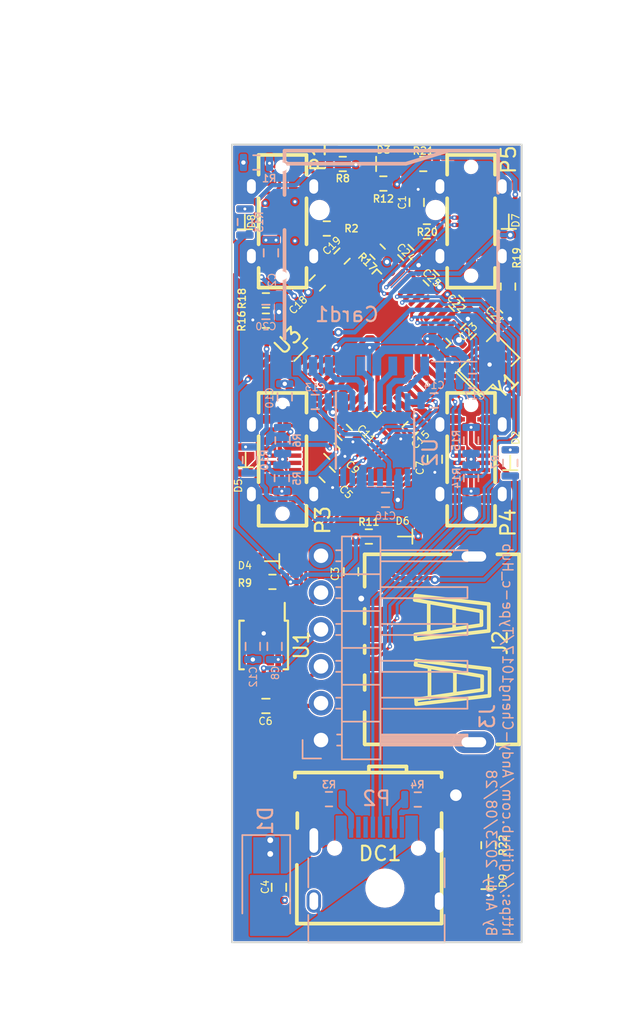
<source format=kicad_pcb>
(kicad_pcb (version 20211014) (generator pcbnew)
  (layers (0 "F.Cu" signal) (1 "In1.Cu" signal) (2 "In2.Cu" signal) (31 "B.Cu" signal) (34 "B.Paste" user) (35 "F.Paste" user) (36 "B.SilkS" user "B.Silkscreen") (37 "F.SilkS" user "F.Silkscreen") (38 "B.Mask" user) (39 "F.Mask" user) (44 "Edge.Cuts" user))
  (net 0 "")
  (net 3 "+5V")
  (net 4 "GND")
  (net 5 "Net-(P1-PadB5)")
  (net 6 "Net-(P3-PadB5)")
  (net 7 "Net-(C6-Pad1)")
  (net 8 "Net-(C6-Pad2)")
  (net 9 "Net-(P4-PadB5)")
  (net 10 "+3.3V")
  (net 11 "+1V8")
  (net 12 "/SD_Power")
  (net 13 "/RST")
  (net 14 "/VBUSM")
  (net 15 "/D2")
  (net 16 "/D3")
  (net 17 "/CMD")
  (net 18 "/CLK")
  (net 19 "/D0")
  (net 20 "/D1")
  (net 21 "/CD")
  (net 22 "/LED1")
  (net 23 "Net-(D2-Pad2)")
  (net 24 "/LDE2")
  (net 25 "Net-(D3-Pad2)")
  (net 26 "/LED3")
  (net 27 "Net-(D4-Pad2)")
  (net 28 "/LED4")
  (net 29 "Net-(D5-Pad2)")
  (net 30 "/LED5")
  (net 31 "Net-(D6-Pad2)")
  (net 32 "/LED6")
  (net 33 "Net-(D7-Pad2)")
  (net 34 "/LED7")
  (net 35 "Net-(D8-Pad2)")
  (net 37 "/OUT4_D-")
  (net 38 "/OUT4_D+")
  (net 39 "/OUT5_D-")
  (net 40 "/OUT5_D+")
  (net 41 "Net-(P1-PadA5)")
  (net 42 "/OUT1_D+")
  (net 43 "/OUT1_D-")
  (net 44 "Net-(D1-Pad2)")
  (net 45 "Net-(P2-PadA5)")
  (net 46 "/IN_D+")
  (net 47 "/IN_D-")
  (net 48 "Net-(P2-PadB5)")
  (net 49 "Net-(P3-PadA5)")
  (net 50 "/OUT2_D+")
  (net 51 "/OUT2_D-")
  (net 52 "Net-(P4-PadA5)")
  (net 53 "/OUT3_D+")
  (net 54 "/OUT3_D-")
  (net 55 "/DRV")
  (net 56 "Net-(D9-Pad2)")
  (net 57 "/OUT7_D+")
  (net 58 "/OUT7_D-")
  (net 62 "/OUT6_D+")
  (net 63 "/OUT6_D-")
  (net 65 "/LED2")
  (net 66 "Net-(U3-Pad22)")
  (net 67 "Net-(U3-Pad23)")
  (net 69 "Net-(P5-PadB5)")
  (net 70 "Net-(P5-PadA5)")
  (net 71 "Net-(R19-Pad1)")
  (net 72 "Net-(J3-Pad4)")
  (net 73 "Net-(J3-Pad3)")
  (footprint "Footprint:C_0805_2012Metric" (layer "F.Cu") (at 112.75 104 90)
    (fp_text reference "C1")
    (fp_text value "4.7u")
  )
  (footprint "Footprint:C_0805_2012Metric" (layer "F.Cu") (at 112 107.45 -45)
    (fp_text reference "C24")
    (fp_text value "0.1u")
  )
  (footprint "Footprint:LED_0805_2012Metric" (layer "F.Cu") (at 117.7 150.825 90)
    (fp_text reference "D9")
    (fp_text value "Red")
  )
  (footprint "Footprint:C_0805_2012Metric" (layer "F.Cu") (at 112.3 119.65 -135)
    (fp_text reference "C15")
    (fp_text value "0.1u")
  )
  (footprint "Footprint:C_0805_2012Metric" (layer "F.Cu") (at 102.35 138.7)
    (fp_text reference "C6")
    (fp_text value "1u")
  )
  (footprint "Footprint:C_0805_2012Metric" (layer "F.Cu") (at 114 121.7 -90)
    (fp_text reference "C7")
    (fp_text value "4.7u")
  )
  (footprint "Footprint:C_0805_2012Metric" (layer "F.Cu") (at 113.75 109.2 135)
    (fp_text reference "C25")
    (fp_text value "0.1u")
  )
  (footprint "Footprint:R_0805_2012Metric" (layer "F.Cu") (at 113.45 106)
    (fp_text reference "R20")
    (fp_text value "10K")
  )
  (footprint "Footprint:C_0805_2012Metric" (layer "F.Cu") (at 115.5 110.95 -45)
    (fp_text reference "C22")
    (fp_text value "22u")
  )
  (footprint "Footprint:LED_0805_2012Metric" (layer "F.Cu") (at 110.45 101.35)
    (fp_text reference "D3")
    (fp_text value "Red")
  )
  (footprint "Footprint:USB-C-SMD_TYPEC-303-ACP16" (layer "F.Cu") (at 116.5 105.3 90)
    (fp_text reference "P5")
    (fp_text value "USB_C_Plug_USB2.0")
  )
  (footprint "Footprint:C_0805_2012Metric" (layer "F.Cu") (at 103.25 151.2 -90)
    (fp_text reference "C4")
    (fp_text value "4.7u")
  )
  (footprint "Footprint:USB-A-TH_C42425" (layer "F.Cu") (at 112.8075 134.8 90)
    (fp_text reference "J2")
    (fp_text value "USB_B" hide)
  )
  (footprint "Footprint:USB-C-SMD_TYPEC-303-ACP16" (layer "F.Cu") (at 116.5 121.7 90)
    (fp_text reference "P4")
    (fp_text value "USB_C_Plug_USB2.0")
  )
  (footprint "Footprint:R_0805_2012Metric" (layer "F.Cu") (at 109.45 127.025)
    (fp_text reference "R11")
    (fp_text value "1K")
  )
  (footprint "Footprint:C_0805_2012Metric" (layer "F.Cu") (at 116.3 112.9 45)
    (fp_text reference "C23")
    (fp_text value "0.1u")
  )
  (footprint "Footprint:R_0805_2012Metric" (layer "F.Cu") (at 117.7 148.3 -90)
    (fp_text reference "R22")
    (fp_text value "1K")
  )
  (footprint "Footprint:R_0805_2012Metric" (layer "F.Cu") (at 119.05 109.8 90)
    (fp_text reference "R19")
    (fp_text value "2.7K")
  )
  (footprint "Footprint:USB-C-SMD_TYPEC-303-ACP16" (layer "F.Cu") (at 103.5 121.7 90)
    (fp_text reference "P3")
    (fp_text value "USB_C_Plug_USB2.0")
  )
  (footprint "Footprint:C_0805_2012Metric" (layer "F.Cu") (at 105.9 109.55 45)
    (fp_text reference "C18")
    (fp_text value "0.1u")
  )
  (footprint "Footprint:R_0805_2012Metric" (layer "F.Cu") (at 113.2 101.35)
    (fp_text reference "R21")
    (fp_text value "10K")
  )
  (footprint "Footprint:LED_0805_2012Metric" (layer "F.Cu") (at 119.2 121.95 90)
    (fp_text reference "D2")
    (fp_text value "Red")
  )
  (footprint "Footprint:R_0805_2012Metric" (layer "F.Cu") (at 107.65 101.35 180)
    (fp_text reference "R8")
    (fp_text value "1K")
  )
  (footprint "Footprint:C_0805_2012Metric" (layer "F.Cu") (at 108.225 129.45 -90)
    (fp_text reference "C3")
    (fp_text value "4.7u")
  )
  (footprint "Footprint:C_0805_2012Metric" (layer "F.Cu") (at 118.125 111.775 -45)
    (fp_text reference "C21")
    (fp_text value "0.1u")
  )
  (footprint "Footprint:R_0805_2012Metric" (layer "F.Cu") (at 110.45 102.7)
    (fp_text reference "R12")
    (fp_text value "1K")
  )
  (footprint "Footprint:LED_0805_2012Metric" (layer "F.Cu") (at 102.775 128.725 180)
    (fp_text reference "D4")
    (fp_text value "Red")
  )
  (footprint "Footprint:R_0805_2012Metric" (layer "F.Cu") (at 106.55 105.8 180)
    (fp_text reference "R2")
    (fp_text value "10K")
  )
  (footprint "Footprint:C_0805_2012Metric" (layer "F.Cu") (at 106.9 121.15 -45)
    (fp_text reference "C9")
    (fp_text value "10u")
  )
  (footprint "Footprint:LED_0805_2012Metric" (layer "F.Cu") (at 100.95 121.75 90)
    (fp_text reference "D5")
    (fp_text value "Red")
  )
  (footprint "Footprint:C_0805_2012Metric" (layer "F.Cu") (at 107.75 119.85 -45)
    (fp_text reference "C11")
    (fp_text value "0.1u")
  )
  (footprint "Footprint:LED_0805_2012Metric" (layer "F.Cu") (at 100.9 105.35 90)
    (fp_text reference "D8")
    (fp_text value "Red")
  )
  (footprint "Footprint:LED_0805_2012Metric" (layer "F.Cu") (at 119.1 105.325 90)
    (fp_text reference "D7")
    (fp_text value "Red")
  )
  (footprint "Footprint:R_0805_2012Metric" (layer "F.Cu") (at 110.05 107.4 135)
    (fp_text reference "R17")
    (fp_text value "2.7K")
  )
  (footprint "Crystal:Resonator_SMD_Murata_CSTxExxV-3Pin_3.0x1.1mm" (layer "F.Cu") (at 117.720711 115.129289 45)
    (fp_text reference "Y1")
    (fp_text value "12M")
  )
  (footprint "Package_SO:MSOP-10_3x3mm_P0.5mm" (layer "F.Cu") (at 102.2 134.5 -90)
    (fp_text reference "U1")
    (fp_text value "CH340E")
  )
  (footprint "Footprint:C_0805_2012Metric" (layer "F.Cu") (at 106.575 122.75 -45)
    (fp_text reference "C5")
    (fp_text value "4.7u")
  )
  (footprint "Footprint:C_0805_2012Metric" (layer "F.Cu") (at 107.6 107.7 45)
    (fp_text reference "C19")
    (fp_text value "0.1u")
  )
  (footprint "Footprint:DC-IN-TH_KH-DC-044D-2.0STM" (layer "F.Cu") (at 109.475 146.6 180)
    (fp_text reference "DC1")
    (fp_text value "KH-DC-044D-2.0STM")
  )
  (footprint "Footprint:R_0805_2012Metric" (layer "F.Cu") (at 102.35 112.15 180)
    (fp_text reference "R16")
    (fp_text value "100k")
  )
  (footprint "Package_QFP:LQFP-48_7x7mm_P0.5mm" (layer "F.Cu") (at 110 113.7 45)
    (fp_text reference "U3")
    (fp_text value "FE2.1")
  )
  (footprint "Footprint:R_0805_2012Metric" (layer "F.Cu") (at 102.35 110.75)
    (fp_text reference "R18")
    (fp_text value "10K")
  )
  (footprint "Footprint:LED_0805_2012Metric" (layer "F.Cu") (at 111.95 127.025 180)
    (fp_text reference "D6")
    (fp_text value "Red")
  )
  (footprint "Footprint:USB-C-SMD_TYPEC-303-ACP16" (layer "F.Cu") (at 103.5 105.3 90)
    (fp_text reference "P1")
    (fp_text value "USB_C_Plug_USB2.0")
  )
  (footprint "Footprint:R_0805_2012Metric" (layer "F.Cu") (at 102.8 130.15 180)
    (fp_text reference "R9")
    (fp_text value "1K")
  )
  (footprint "Footprint:R_0805_2012Metric" (layer "B.Cu") (at 101.7 101.25)
    (fp_text reference "R1")
    (fp_text value "10K")
  )
  (footprint "Connector_PinHeader_2.54mm:PinHeader_1x06_P2.54mm_Horizontal" (layer "B.Cu") (at 106.15 141.05)
    (fp_text reference "J3")
    (fp_text value "Conn_01x06")
  )
  (footprint "Footprint:R_0805_2012Metric" (layer "B.Cu") (at 100.9 105.35 90)
    (fp_text reference "R13")
    (fp_text value "1K")
  )
  (footprint "Footprint:TF-SMD_TF-01A" (layer "B.Cu") (at 111 110)
    (fp_text reference "Card1")
    (fp_text value "TF-01A")
  )
  (footprint "Footprint:C_0805_2012Metric" (layer "B.Cu") (at 110.6 124.5 180)
    (fp_text reference "C16")
    (fp_text value "10u")
  )
  (footprint "Connector_USB:USB_C_Receptacle_HRO_TYPE-C-31-M-12" (layer "B.Cu") (at 109.975 151.1 180)
    (fp_text reference "P2")
    (fp_text value "USB_C_Plug_USB2.0")
  )
  (footprint "Footprint:R_0805_2012Metric" (layer "B.Cu") (at 103.45 123 -90)
    (fp_text reference "R5")
    (fp_text value "10K")
  )
  (footprint "Footprint:R_0805_2012Metric" (layer "B.Cu") (at 119.2 121.95 90)
    (fp_text reference "R7")
    (fp_text value "1K")
  )
  (footprint "Footprint:R_0805_2012Metric" (layer "B.Cu") (at 116.5 123 -90)
    (fp_text reference "R14")
    (fp_text value "10K")
  )
  (footprint "Footprint:C_0805_2012Metric" (layer "B.Cu") (at 101.45 134.6 90)
    (fp_text reference "C12")
    (fp_text value "10u")
  )
  (footprint "Footprint:R_0805_2012Metric" (layer "B.Cu") (at 101.25 121.75 90)
    (fp_text reference "R10")
    (fp_text value "1K")
  )
  (footprint "Footprint:C_0805_2012Metric" (layer "B.Cu") (at 113.95 117.65)
    (fp_text reference "C14")
    (fp_text value "10u")
  )
  (footprint "Footprint:C_0805_2012Metric" (layer "B.Cu") (at 102.95 134.6 90)
    (fp_text reference "C8")
    (fp_text value "10u")
  )
  (footprint "Footprint:C_0805_2012Metric" (layer "B.Cu") (at 102.7 107.475 -90)
    (fp_text reference "C2")
    (fp_text value "4.7u")
  )
  (footprint "Footprint:C_0805_2012Metric" (layer "B.Cu") (at 116.6 116.3)
    (fp_text reference "C17")
    (fp_text value "0.1u")
  )
  (footprint "Diode_SMD:D_SMA" (layer "B.Cu") (at 102.375 151 -90)
    (fp_text reference "D1")
    (fp_text value "D_Schottky")
  )
  (footprint "Package_SO:SSOP-16_3.9x4.9mm_P0.635mm" (layer "B.Cu") (at 109.9 120.35 -90)
    (fp_text reference "U2")
    (fp_text value "GL823K-HCY04")
  )
  (footprint "Footprint:C_0805_2012Metric" (layer "B.Cu") (at 102.35 111.55)
    (fp_text reference "C20")
    (fp_text value "0.1u")
  )
  (footprint "Footprint:R_0805_2012Metric" (layer "B.Cu") (at 106.7 145.125 180)
    (fp_text reference "R3")
    (fp_text value "5.1k")
  )
  (footprint "Footprint:R_0805_2012Metric" (layer "B.Cu") (at 112.825 145.15)
    (fp_text reference "R4")
    (fp_text value "5.1k")
  )
  (footprint "Footprint:R_0805_2012Metric" (layer "B.Cu") (at 103.5 120.4 90)
    (fp_text reference "R6")
    (fp_text value "10K")
  )
  (footprint "Footprint:R_0805_2012Metric" (layer "B.Cu") (at 116.5 120.4 90)
    (fp_text reference "R15")
    (fp_text value "10K")
  )
  (footprint "Footprint:C_0805_2012Metric" (layer "B.Cu") (at 105.75 117.75 180)
    (fp_text reference "C13")
    (fp_text value "10u")
  )
  (footprint "Footprint:C_0805_2012Metric" (layer "B.Cu") (at 103.65 117.4 90)
    (fp_text reference "C10")
    (fp_text value "0.1u")
  )
  (gr_rect (start 100 100) (end 120 155) (layer "Edge.Cuts") (width 0.1) (fill none))
  (gr_text "https://github.com/Andy-Cheng1017/Type-c_Hub\nBy Andy 2023/08/28\n" (at 118.45 154.65 270) (layer "B.SilkS") (effects (font (size 0.7 0.7) (thickness 0.1)) (justify left mirror)))
  (via (at 104.35 103.95) (size 0.4) (drill 0.2) (layers "F.Cu" "B.Cu") (net 3))
  (via (at 111.45 124.5) (size 0.6) (drill 0.3) (layers "F.Cu" "B.Cu") (net 3))
  (via (at 116.5 121.7) (size 0.4) (drill 0.2) (layers "F.Cu" "B.Cu") (net 3))
  (via (at 101.45 135.5) (size 0.6) (drill 0.3) (layers "F.Cu" "B.Cu") (net 3))
  (via (at 100.8 101.25) (size 0.6) (drill 0.3) (layers "F.Cu" "B.Cu") (net 3))
  (via (at 103.5 121.7) (size 0.4) (drill 0.2) (layers "F.Cu" "B.Cu") (net 3))
  (via (at 102.65 147.95) (size 0.8) (drill 0.4) (layers "F.Cu" "B.Cu") (net 3))
  (via (at 102.65 148.9) (size 0.8) (drill 0.4) (layers "F.Cu" "B.Cu") (net 3))
  (via (at 102.3 104.05) (size 0.4) (drill 0.2) (layers "F.Cu" "B.Cu") (net 3))
  (via (at 102.35 106.6) (size 0.4) (drill 0.2) (layers "F.Cu" "B.Cu") (net 3))
  (via (at 104.35 106.65) (size 0.4) (drill 0.2) (layers "F.Cu" "B.Cu") (net 3))
  (via (at 103.05 106.6) (size 0.4) (drill 0.2) (layers "F.Cu" "B.Cu") (net 3))
  (segment (start 103.5 122.05) (end 103.45 122.1) (width 0.6) (layer "B.Cu") (net 3))
  (segment (start 103.5 121.7) (end 103.5 122.05) (width 0.6) (layer "B.Cu") (net 3))
  (segment (start 111.45 124.5) (end 111.4875 124.4625) (width 0.6) (layer "B.Cu") (net 3))
  (segment (start 111.4875 124.4625) (end 111.4875 122.95) (width 0.6) (layer "B.Cu") (net 3))
  (segment (start 103.5 121.3) (end 103.5 121.7) (width 0.6) (layer "B.Cu") (net 3))
  (segment (start 116.5 121.3) (end 116.5 121.7) (width 0.6) (layer "B.Cu") (net 3))
  (segment (start 116.5 121.7) (end 116.5 122.1) (width 0.6) (layer "B.Cu") (net 3))
  (segment (start 105.3 108.05) (end 105.65 107.7) (width 0.6) (layer "F.Cu") (net 4))
  (segment (start 106.497792 124.1) (end 107.211396 123.386396) (width 0.6) (layer "F.Cu") (net 4))
  (segment (start 117.365 124.45) (end 118.3 124.45) (width 0.6) (layer "F.Cu") (net 4))
  (segment (start 107.95 121.35) (end 107.8 121.5) (width 0.4) (layer "F.Cu") (net 4))
  (segment (start 117.365 118.95) (end 118.3 118.95) (width 0.6) (layer "F.Cu") (net 4))
  (segment (start 115.635 124.45) (end 114.7 124.45) (width 0.6) (layer "F.Cu") (net 4))
  (segment (start 101.7 118.95) (end 101.35 119.3) (width 0.6) (layer "F.Cu") (net 4))
  (segment (start 106.536396 108.913604) (end 106.536396 108.763604) (width 0.6) (layer "F.Cu") (net 4))
  (segment (start 102.635 108.05) (end 101.7 108.05) (width 0.6) (layer "F.Cu") (net 4))
  (segment (start 102.635 124.45) (end 101.7 124.45) (width 0.6) (layer "F.Cu") (net 4))
  (segment (start 109.5 116.674874) (end 109.5 114) (width 0.4) (layer "F.Cu") (net 4))
  (segment (start 101.7 102.55) (end 101.35 102.9) (width 0.6) (layer "F.Cu") (net 4))
  (segment (start 102.635 118.95) (end 101.7 118.95) (width 0.6) (layer "F.Cu") (net 4))
  (segment (start 114.7 124.45) (end 114.35 124.1) (width 0.6) (layer "F.Cu") (net 4))
  (segment (start 118.3 124.45) (end 118.65 124.1) (width 0.6) (layer "F.Cu") (net 4))
  (segment (start 114.15 103.1) (end 114.35 102.9) (width 0.6) (layer "F.Cu") (net 4))
  (segment (start 106.95 122.35) (end 106.95 123.65) (width 0.4) (layer "F.Cu") (net 4))
  (segment (start 117.365 102.55) (end 118.3 102.55) (width 0.6) (layer "F.Cu") (net 4))
  (segment (start 106.963604 108.336396) (end 106.286396 108.336396) (width 0.4) (layer "F.Cu") (net 4))
  (segment (start 112.636396 108.086396) (end 112.875 108.325) (width 0.6) (layer "F.Cu") (net 4))
  (segment (start 106.286396 108.336396) (end 105.65 107.7) (width 0.4) (layer "F.Cu") (net 4))
  (segment (start 119.05 108.1) (end 118.65 107.7) (width 0.6) (layer "F.Cu") (net 4))
  (segment (start 108.225 130.6005) (end 108.9245 131.3) (width 0.8) (layer "F.Cu") (net 4))
  (segment (start 107.11127 108.336396) (end 106.963604 108.336396) (width 0.4) (layer "F.Cu") (net 4))
  (segment (start 108.386396 120.486396) (end 108.363604 120.486396) (width 0.4) (layer "F.Cu") (net 4))
  (segment (start 118.3 108.05) (end 118.65 107.7) (width 0.6) (layer "F.Cu") (net 4))
  (segment (start 119.05 108.9) (end 119.05 108.1) (width 0.6) (layer "F.Cu") (net 4))
  (segment (start 101.7 108.05) (end 101.35 107.7) (width 0.6) (layer "F.Cu") (net 4))
  (segment (start 108.225 130.35) (end 108.225 130.6005) (width 0.8) (layer "F.Cu") (net 4))
  (segment (start 112.875 108.325) (end 113.113604 108.563604) (width 0.6) (layer "F.Cu") (net 4))
  (segment (start 112.85 103.1) (end 114.15 103.1) (width 0.6) (layer "F.Cu") (net 4))
  (segment (start 107.95 120.9) (end 107.95 121.35) (width 0.4) (layer "F.Cu") (net 4))
  (segment (start 107.536396 121.786396) (end 107.513604 121.786396) (width 0.4) (layer "F.Cu") (net 4))
  (segment (start 114 123.75) (end 114.35 124.1) (width 0.8) (layer "F.Cu") (net 4))
  (segment (start 115.635 108.05) (end 114.7 108.05) (width 0.6) (layer "F.Cu") (net 4))
  (segment (start 108.363604 120.486396) (end 107.95 120.9) (width 0.4) (layer "F.Cu") (net 4))
  (segment (start 115.635 102.55) (end 114.7 102.55) (width 0.6) (layer "F.Cu") (net 4))
  (segment (start 106.536396 108.763604) (end 106.963604 108.336396) (width 0.6) (layer "F.Cu") (net 4))
  (segment (start 118.3 118.95) (end 118.65 119.3) (width 0.6) (layer "F.Cu") (net 4))
  (segment (start 108.294105 109.519231) (end 107.11127 108.336396) (width 0.4) (layer "F.Cu") (net 4))
  (segment (start 108.294105 117.880769) (end 109.5 116.674874) (width 0.4) (layer "F.Cu") (net 4))
  (segment (start 104.365 102.55) (end 105.3 102.55) (width 0.6) (layer "F.Cu") (net 4))
  (segment (start 114 122.6) (end 114 123.75) (width 0.8) (layer "F.Cu") (net 4))
  (segment (start 114.7 108.05) (end 114.35 107.7) (width 0.6) (layer "F.Cu") (net 4))
  (segment (start 107.513604 121.786396) (end 106.95 122.35) (width 0.4) (layer "F.Cu") (net 4))
  (segment (start 105.3 102.55) (end 105.65 102.9) (width 0.6) (layer "F.Cu") (net 4))
  (segment (start 105.3 118.95) (end 105.65 119.3) (width 0.6) (layer "F.Cu") (net 4))
  (segment (start 102.2 133.7) (end 102.2 132.3) (width 0.4) (layer "F.Cu") (net 4))
  (segment (start 104.365 124.45) (end 105.3 124.45) (width 0.6) (layer "F.Cu") (net 4))
  (segment (start 104.365 108.05) (end 105.3 108.05) (width 0.6) (layer "F.Cu") (net 4))
  (segment (start 101.7 124.45) (end 101.35 124.1) (width 0.6) (layer "F.Cu") (net 4))
  (segment (start 114.7 102.55) (end 114.35 102.9) (width 0.6) (layer "F.Cu") (net 4))
  (segment (start 114.7 118.95) (end 114.35 119.3) (width 0.6) (layer "F.Cu") (net 4))
  (segment (start 105.65 124.1) (end 106.497792 124.1) (width 0.6) (layer "F.Cu") (net 4))
  (segment (start 102.635 102.55) (end 101.7 102.55) (width 0.6) (layer "F.Cu") (net 4))
  (segment (start 104.365 118.95) (end 105.3 118.95) (width 0.6) (layer "F.Cu") (net 4))
  (segment (start 117.365 108.05) (end 118.3 108.05) (width 0.6) (layer "F.Cu") (net 4))
  (segment (start 105.3 124.45) (end 105.65 124.1) (width 0.6) (layer "F.Cu") (net 4))
  (segment (start 118.3 102.55) (end 118.65 102.9) (width 0.6) (layer "F.Cu") (net 4))
  (segment (start 115.635 118.95) (end 114.7 118.95) (width 0.6) (layer "F.Cu") (net 4))
  (via (at 108.35 120.5) (size 0.4) (drill 0.2) (layers "F.Cu" "B.Cu") (net 4))
  (via (at 114 122.6) (size 0.4) (drill 0.2) (layers "F.Cu" "B.Cu") (net 4))
  (via (at 115.2 115.025) (size 0.4) (drill 0.2) (layers "F.Cu" "B.Cu") (net 4))
  (via (at 115.45 144.85) (size 1.6) (drill 0.8) (layers "F.Cu" "B.Cu") (net 4))
  (via (at 108.9245 131.3) (size 0.8) (drill 0.4) (layers "F.Cu" "B.Cu") (net 4))
  (via (at 116.27619 112.02381) (size 0.6) (drill 0.3) (layers "F.Cu" "B.Cu") (net 4))
  (via (at 103.65 152.1) (size 0.4) (drill 0.2) (layers "F.Cu" "B.Cu") (net 4))
  (via (at 106.95 123.65) (size 0.4) (drill 0.2) (layers "F.Cu" "B.Cu") (net 4))
  (via (at 117.775 115.175) (size 0.6) (drill 0.3) (layers "F.Cu" "B.Cu") (net 4))
  (via (at 107.8 121.5) (size 0.4) (drill 0.2) (layers "F.Cu" "B.Cu") (net 4))
  (via (at 101.45 112.1) (size 0.4) (drill 0.2) (layers "F.Cu" "B.Cu") (net 4))
  (via (at 109.5 114) (size 0.4) (drill 0.2) (layers "F.Cu" "B.Cu") (net 4))
  (via (at 112.875 108.325) (size 0.6) (drill 0.3) (layers "F.Cu" "B.Cu") (net 4))
  (via (at 112.85 103.1) (size 0.4) (drill 0.2) (layers "F.Cu" "B.Cu") (net 4))
  (via (at 117.7 151.75) (size 0.4) (drill 0.2) (layers "F.Cu" "B.Cu") (net 4))
  (via (at 119.171129 112.028871) (size 0.6) (drill 0.3) (layers "F.Cu" "B.Cu") (net 4))
  (via (at 102.2 133.7) (size 0.6) (drill 0.3) (layers "F.Cu" "B.Cu") (net 4))
  (via (at 111.65 120.3) (size 0.4) (drill 0.2) (layers "F.Cu" "B.Cu") (net 4))
  (segment (start 104.365 104.55) (end 105 104.55) (width 0.3) (layer "F.Cu") (net 5))
  (segment (start 105 104.55) (end 105.15 104.7) (width 0.3) (layer "F.Cu") (net 5))
  (segment (start 105.15 104.7) (end 105.15 105.3) (width 0.3) (layer "F.Cu") (net 5))
  (segment (start 105.15 105.3) (end 105.65 105.8) (width 0.3) (layer "F.Cu") (net 5))
  (segment (start 103.8 120.95) (end 104.365 120.95) (width 0.3) (layer "F.Cu") (net 6))
  (segment (start 103.69 120.84) (end 103.8 120.95) (width 0.3) (layer "F.Cu") (net 6))
  (segment (start 103.69 120.16) (end 103.69 120.84) (width 0.3) (layer "F.Cu") (net 6))
  (segment (start 104.05 119.8) (end 103.69 120.16) (width 0.3) (layer "F.Cu") (net 6))
  (via (at 104.05 119.8) (size 0.4) (drill 0.2) (layers "F.Cu" "B.Cu") (net 6))
  (segment (start 100.81 138.06) (end 100.81 134.19) (width 0.3) (layer "F.Cu") (net 7))
  (segment (start 100.81 134.19) (end 101.7 133.3) (width 0.3) (layer "F.Cu") (net 7))
  (segment (start 101.45 138.7) (end 100.81 138.06) (width 0.3) (layer "F.Cu") (net 7))
  (segment (start 101.7 133.3) (end 101.7 132.3) (width 0.3) (layer "F.Cu") (net 7))
  (segment (start 103.25 138.7) (end 105.96 138.7) (width 0.3) (layer "F.Cu") (net 8))
  (segment (start 105.96 138.7) (end 106.15 138.51) (width 0.3) (layer "F.Cu") (net 8))
  (segment (start 117.365 120.95) (end 116.8 120.95) (width 0.3) (layer "F.Cu") (net 9))
  (segment (start 116.8 120.95) (end 116.5 120.65) (width 0.3) (layer "F.Cu") (net 9))
  (segment (start 116.5 120.65) (end 116.5 119.5) (width 0.3) (layer "F.Cu") (net 9))
  (via (at 116.5 119.5) (size 0.4) (drill 0.2) (layers "F.Cu" "B.Cu") (net 9))
  (segment (start 110.686396 108.499732) (end 110.970504 108.78384) (width 0.6) (layer "F.Cu") (net 10))
  (segment (start 106.172785 111.640551) (end 105.263604 110.73137) (width 0.4) (layer "F.Cu") (net 10))
  (segment (start 114.534322 112.347658) (end 116.134848 110.747132) (width 0.4) (layer "F.Cu") (net 10))
  (segment (start 105.263604 110.73137) (end 105.263604 110.186396) (width 0.4) (layer "F.Cu") (net 10))
  (segment (start 111.363604 107.359188) (end 110.686396 108.036396) (width 0.6) (layer "F.Cu") (net 10))
  (segment (start 103.2 136.7) (end 103.2 135.5) (width 0.4) (layer "F.Cu") (net 10))
  (segment (start 114.313604 109.836396) (end 114.386396 109.836396) (width 0.4) (layer "F.Cu") (net 10))
  (segment (start 112.8 114.08198) (end 112.8 115.43934) (width 0.4) (layer "F.Cu") (net 10))
  (segment (start 114.534322 112.347658) (end 113.49099 113.39099) (width 0.4) (layer "F.Cu") (net 10))
  (segment (start 103.2 133.84) (end 106.15 130.89) (width 0.4) (layer "F.Cu") (net 10))
  (segment (start 107.009791 118.457975) (end 107.940551 117.527215) (width 0.4) (layer "F.Cu") (net 10))
  (segment (start 103.2 135.5) (end 103.2 133.84) (width 0.4) (layer "F.Cu") (net 10))
  (segment (start 111.363604 106.813604) (end 111.363604 107.359188) (width 0.6) (layer "F.Cu") (net 10))
  (segment (start 116.134848 110.747132) (end 117.097132 110.747132) (width 0.4) (layer "F.Cu") (net 10))
  (segment (start 107.233445 110.579891) (end 106.879891 110.933445) (width 0.4) (layer "F.Cu") (net 10))
  (segment (start 110.686396 108.036396) (end 110.686396 108.499732) (width 0.6) (layer "F.Cu") (net 10))
  (segment (start 117.097132 110.747132) (end 117.488604 111.138604) (width 0.4) (layer "F.Cu") (net 10))
  (segment (start 113.49099 113.39099) (end 112.8 114.08198) (width 0.4) (layer "F.Cu") (net 10))
  (segment (start 106.879891 110.933445) (end 106.132842 110.186396) (width 0.4) (layer "F.Cu") (net 10))
  (segment (start 112.8 115.43934) (end 113.473662 116.113002) (width 0.4) (layer "F.Cu") (net 10))
  (segment (start 112.766555 110.579891) (end 113.51005 109.836396) (width 0.4) (layer "F.Cu") (net 10))
  (segment (start 112.83873 119.013604) (end 112.936396 119.013604) (width 0.4) (layer "F.Cu") (net 10))
  (segment (start 113.51005 109.836396) (end 114.313604 109.836396) (width 0.4) (layer "F.Cu") (net 10))
  (segment (start 106.132842 110.186396) (end 105.263604 110.186396) (width 0.4) (layer "F.Cu") (net 10))
  (segment (start 111.705895 117.880769) (end 112.83873 119.013604) (width 0.4) (layer "F.Cu") (net 10))
  (segment (start 106.964843 118.457975) (end 107.009791 118.457975) (width 0.4) (layer "F.Cu") (net 10))
  (via (at 113.49099 113.39099) (size 0.4) (drill 0.2) (layers "F.Cu" "B.Cu") (net 10))
  (via (at 114.313604 109.836396) (size 0.6) (drill 0.3) (layers "F.Cu" "B.Cu") (net 10))
  (via (at 103.2 135.5) (size 0.4) (drill 0.2) (layers "F.Cu" "B.Cu") (net 10))
  (via (at 105.263604 110.186396) (size 0.6) (drill 0.3) (layers "F.Cu" "B.Cu") (net 10))
  (via (at 112.65 118.7) (size 0.4) (drill 0.2) (layers "F.Cu" "B.Cu") (net 10))
  (via (at 110.7 108.1) (size 0.6) (drill 0.3) (layers "F.Cu" "B.Cu") (net 10))
  (via (at 106.964843 118.457975) (size 0.6) (drill 0.3) (layers "F.Cu" "B.Cu") (net 10))
  (segment (start 116.07 114.772476) (end 115.564464 114.26694) (width 0.6) (layer "B.Cu") (net 10))
  (segment (start 115.564464 114.26694) (end 114.892748 114.26694) (width 0.6) (layer "B.Cu") (net 10))
  (segment (start 114.016798 113.39099) (end 113.49099 113.39099) (width 0.6) (layer "B.Cu") (net 10))
  (segment (start 114.892748 114.26694) (end 114.016798 113.39099) (width 0.6) (layer "B.Cu") (net 10))
  (segment (start 115.7 116.3) (end 116.07 115.93) (width 0.6) (layer "B.Cu") (net 10))
  (segment (start 116.07 115.93) (end 116.07 114.772476) (width 0.6) (layer "B.Cu") (net 10))
  (segment (start 114.863604 110.336396) (end 114.863604 110.604162) (width 0.4) (layer "F.Cu") (net 11))
  (segment (start 106.879891 116.466555) (end 106.346953 116.999493) (width 0.4) (layer "F.Cu") (net 11))
  (segment (start 106.346953 116.999493) (end 104.149493 116.999493) (width 0.4) (layer "F.Cu") (net 11))
  (segment (start 113.294278 115.226512) (end 113.294278 114.29481) (width 0.4) (layer "F.Cu") (net 11))
  (segment (start 113.294278 114.29481) (end 114.887876 112.701212) (width 0.4) (layer "F.Cu") (net 11))
  (segment (start 114.863604 110.604162) (end 113.827215 111.640551) (width 0.4) (layer "F.Cu") (net 11))
  (segment (start 113.827215 115.759449) (end 113.294278 115.226512) (width 0.4) (layer "F.Cu") (net 11))
  (segment (start 115.663604 113.47694) (end 114.951515 112.764851) (width 0.6) (layer "F.Cu") (net 11))
  (segment (start 114.863604 110.313604) (end 114.863604 110.336396) (width 0.4) (layer "F.Cu") (net 11))
  (segment (start 115.663604 113.536396) (end 115.663604 113.47694) (width 0.6) (layer "F.Cu") (net 11))
  (segment (start 104.149493 116.999493) (end 103.65 116.5) (width 0.4) (layer "F.Cu") (net 11))
  (via (at 114.863604 110.336396) (size 0.4) (drill 0.2) (layers "F.Cu" "B.Cu") (net 11))
  (via (at 103.65 116.5) (size 0.6) (drill 0.3) (layers "F.Cu" "B.Cu") (net 11))
  (via (at 115.663604 113.47694) (size 0.8) (drill 0.4) (layers "F.Cu" "B.Cu") (net 11))
  (segment (start 112.1225 117.75) (end 112.95 117.75) (width 0.4) (layer "B.Cu") (net 12))
  (segment (start 114.35 114.7) (end 114.35 116.35) (width 0.6) (layer "B.Cu") (net 12))
  (segment (start 110.45 114.15) (end 113.8 114.15) (width 0.6) (layer "B.Cu") (net 12))
  (segment (start 110.001 114.599) (end 110.45 114.15) (width 0.6) (layer "B.Cu") (net 12))
  (segment (start 114.35 116.35) (end 113.05 117.65) (width 0.6) (layer "B.Cu") (net 12))
  (segment (start 110.001 115.276) (end 110.001 114.599) (width 0.6) (layer "B.Cu") (net 12))
  (segment (start 113.8 114.15) (end 114.35 114.7) (width 0.6) (layer "B.Cu") (net 12))
  (segment (start 112.95 117.75) (end 113.05 117.65) (width 0.4) (layer "B.Cu") (net 12))
  (segment (start 109.144278 110.305722) (end 109.787703 109.662297) (width 0.2) (layer "F.Cu") (net 13))
  (segment (start 109.787703 109.662297) (end 109.787703 108.614911) (width 0.2) (layer "F.Cu") (net 13))
  (segment (start 109.787703 108.614911) (end 108.236396 107.063604) (width 0.2) (layer "F.Cu") (net 13))
  (segment (start 108.373488 110.305722) (end 109.144278 110.305722) (width 0.2) (layer "F.Cu") (net 13))
  (segment (start 109.113604 107.063604) (end 109.413604 106.763604) (width 0.6) (layer "F.Cu") (net 13))
  (segment (start 108.236396 107.163604) (end 108.236396 107.063604) (width 0.4) (layer "F.Cu") (net 13))
  (segment (start 107.940551 109.872785) (end 108.373488 110.305722) (width 0.2) (layer "F.Cu") (net 13))
  (segment (start 108.236396 107.063604) (end 109.113604 107.063604) (width 0.6) (layer "F.Cu") (net 13))
  (segment (start 104.65 109.35) (end 103.25 110.75) (width 0.3) (layer "F.Cu") (net 14))
  (segment (start 107.586998 110.226338) (end 107.10406 109.7434) (width 0.3) (layer "F.Cu") (net 14))
  (segment (start 107.10406 109.7434) (end 106.1934 109.7434) (width 0.3) (layer "F.Cu") (net 14))
  (segment (start 103.25 111.55) (end 103.25 112.15) (width 0.6) (layer "F.Cu") (net 14))
  (segment (start 105.8 109.35) (end 104.65 109.35) (width 0.3) (layer "F.Cu") (net 14))
  (segment (start 106.1934 109.7434) (end 105.8 109.35) (width 0.3) (layer "F.Cu") (net 14))
  (segment (start 103.25 110.75) (end 103.25 111.55) (width 0.6) (layer "F.Cu") (net 14))
  (via (at 103.25 111.55) (size 0.6) (drill 0.3) (layers "F.Cu" "B.Cu") (net 14))
  (segment (start 111.59 116.86) (end 111.4875 116.9625) (width 0.4) (layer "B.Cu") (net 15))
  (segment (start 112.067 116.86) (end 111.59 116.86) (width 0.4) (layer "B.Cu") (net 15))
  (segment (start 113.301 115.276) (end 113.301 115.626) (width 0.4) (layer "B.Cu") (net 15))
  (segment (start 113.301 115.626) (end 112.067 116.86) (width 0.4) (layer "B.Cu") (net 15))
  (segment (start 111.4875 116.9625) (end 111.4875 117.75) (width 0.4) (layer "B.Cu") (net 15))
  (segment (start 111.939054 116.294982) (end 111.255018 116.294982) (width 0.4) (layer "B.Cu") (net 16))
  (segment (start 112.201 116.033036) (end 111.939054 116.294982) (width 0.4) (layer "B.Cu") (net 16))
  (segment (start 110.8525 116.6975) (end 110.8525 117.75) (width 0.4) (layer "B.Cu") (net 16))
  (segment (start 112.201 115.276) (end 112.201 116.033036) (width 0.4) (layer "B.Cu") (net 16))
  (segment (start 111.255018 116.294982) (end 110.8525 116.6975) (width 0.4) (layer "B.Cu") (net 16))
  (segment (start 111.101 115.626) (end 110.2175 116.5095) (width 0.4) (layer "B.Cu") (net 17))
  (segment (start 110.2175 116.5095) (end 110.2175 117.75) (width 0.4) (layer "B.Cu") (net 17))
  (segment (start 111.101 115.276) (end 111.101 115.626) (width 0.4) (layer "B.Cu") (net 17))
  (segment (start 109.5825 116.2675) (end 109.5825 117.75) (width 0.4) (layer "B.Cu") (net 18))
  (segment (start 109.6 116.25) (end 109.5825 116.2675) (width 0.4) (layer "B.Cu") (net 18))
  (segment (start 108.901 115.551) (end 109.6 116.25) (width 0.4) (layer "B.Cu") (net 18))
  (segment (start 108.901 115.276) (end 108.901 115.551) (width 0.4) (layer "B.Cu") (net 18))
  (segment (start 106.701 115.706) (end 107.211 116.216) (width 0.4) (layer "B.Cu") (net 19))
  (segment (start 107.211 116.216) (end 108.666 116.216) (width 0.4) (layer "B.Cu") (net 19))
  (segment (start 108.666 116.216) (end 108.9475 116.4975) (width 0.4) (layer "B.Cu") (net 19))
  (segment (start 106.701 115.276) (end 106.701 115.706) (width 0.4) (layer "B.Cu") (net 19))
  (segment (start 108.9475 116.4975) (end 108.9475 117.75) (width 0.4) (layer "B.Cu") (net 19))
  (segment (start 105.601 115.276) (end 105.601 115.706) (width 0.4) (layer "B.Cu") (net 20))
  (segment (start 105.601 115.706) (end 106.645 116.75) (width 0.4) (layer "B.Cu") (net 20))
  (segment (start 108.3125 117.1125) (end 108.3125 117.75) (width 0.4) (layer "B.Cu") (net 20))
  (segment (start 107.95 116.75) (end 108.3125 117.1125) (width 0.4) (layer "B.Cu") (net 20))
  (segment (start 106.645 116.75) (end 107.95 116.75) (width 0.4) (layer "B.Cu") (net 20))
  (segment (start 106.08 118.336102) (end 107.723898 119.98) (width 0.3) (layer "B.Cu") (net 21))
  (segment (start 107.723898 119.98) (end 108.93 119.98) (width 0.3) (layer "B.Cu") (net 21))
  (segment (start 110.8525 121.9025) (end 110.8525 122.95) (width 0.3) (layer "B.Cu") (net 21))
  (segment (start 108.93 119.98) (end 110.8525 121.9025) (width 0.3) (layer "B.Cu") (net 21))
  (segment (start 104.501 115.276) (end 104.501 115.626) (width 0.3) (layer "B.Cu") (net 21))
  (segment (start 106.08 117.205) (end 106.08 118.336102) (width 0.3) (layer "B.Cu") (net 21))
  (segment (start 104.501 115.626) (end 106.08 117.205) (width 0.3) (layer "B.Cu") (net 21))
  (segment (start 119 116.85) (end 119.65 117.5) (width 0.3) (layer "F.Cu") (net 22))
  (segment (start 105.819231 115.405895) (end 105.819231 115.380769) (width 0.3) (layer "F.Cu") (net 22))
  (segment (start 119.3 120.4) (end 118.5 120.4) (width 0.3) (layer "F.Cu") (net 22))
  (segment (start 119.65 120.05) (end 119.3 120.4) (width 0.3) (layer "F.Cu") (net 22))
  (segment (start 118.5 120.4) (end 118.25 120.65) (width 0.3) (layer "F.Cu") (net 22))
  (segment (start 119.65 117.5) (end 119.65 120.05) (width 0.3) (layer "F.Cu") (net 22))
  (segment (start 105.819231 115.380769) (end 107.2 114) (width 0.3) (layer "F.Cu") (net 22))
  (segment (start 118.25 120.65) (end 118.25 121.9) (width 0.3) (layer "F.Cu") (net 22))
  (segment (start 118.25 121.9) (end 119.2 122.85) (width 0.3) (layer "F.Cu") (net 22))
  (via (at 119 116.85) (size 0.4) (drill 0.2) (layers "F.Cu" "B.Cu") (net 22))
  (via (at 107.2 114) (size 0.4) (drill 0.2) (layers "F.Cu" "B.Cu") (net 22))
  (segment (start 110.25 113.45) (end 107.75 113.45) (width 0.3) (layer "B.Cu") (net 22))
  (segment (start 107.75 113.45) (end 107.2 114) (width 0.3) (layer "B.Cu") (net 22))
  (segment (start 119 116.85) (end 119.1 116.75) (width 0.3) (layer "B.Cu") (net 22))
  (segment (start 115.53238 111.4) (end 112.3 111.4) (width 0.3) (layer "B.Cu") (net 22))
  (segment (start 119.1 116.75) (end 119.1 113.540954) (width 0.3) (layer "B.Cu") (net 22))
  (segment (start 116.959046 111.4) (end 115.55 111.4) (width 0.3) (layer "B.Cu") (net 22))
  (segment (start 112.3 111.4) (end 110.25 113.45) (width 0.3) (layer "B.Cu") (net 22))
  (segment (start 119.1 113.540954) (end 116.959046 111.4) (width 0.3) (layer "B.Cu") (net 22))
  (via (at 119.2 121.05) (size 0.4) (drill 0.2) (layers "F.Cu" "B.Cu") (net 23))
  (segment (start 107.39 100.46) (end 110.46 100.46) (width 0.4) (layer "F.Cu") (net 25))
  (segment (start 110.46 100.46) (end 111.35 101.35) (width 0.4) (layer "F.Cu") (net 25))
  (segment (start 106.75 101.1) (end 107.39 100.46) (width 0.4) (layer "F.Cu") (net 25))
  (segment (start 106.75 101.35) (end 106.75 101.1) (width 0.4) (layer "F.Cu") (net 25))
  (segment (start 110.05 113.65) (end 109.7 113.3) (width 0.3) (layer "F.Cu") (net 26))
  (segment (start 103.675 128.075) (end 110.9 120.85) (width 0.3) (layer "F.Cu") (net 26))
  (segment (start 110.9 120.85) (end 110.9 120.220674) (width 0.3) (layer "F.Cu") (net 26))
  (segment (start 109.7 113.3) (end 109.33934 113.3) (width 0.3) (layer "F.Cu") (net 26))
  (segment (start 103.675 128.775) (end 103.675 128.075) (width 0.3) (layer "F.Cu") (net 26))
  (segment (start 109.33934 113.3) (end 106.526338 116.113002) (width 0.3) (layer "F.Cu") (net 26))
  (segment (start 110.9 120.220674) (end 110.05 119.370674) (width 0.3) (layer "F.Cu") (net 26))
  (segment (start 110.05 119.370674) (end 110.05 113.65) (width 0.3) (layer "F.Cu") (net 26))
  (segment (start 101.875 128.725) (end 101.875 130.125) (width 0.6) (layer "F.Cu") (net 27))
  (segment (start 101.875 130.125) (end 101.9 130.15) (width 0.6) (layer "F.Cu") (net 27))
  (segment (start 103.31 118.99) (end 103.31 119.34) (width 0.3) (layer "F.Cu") (net 28))
  (segment (start 103.991325 118.56) (end 103.74 118.56) (width 0.3) (layer "F.Cu") (net 28))
  (segment (start 103.74 118.56) (end 103.31 118.99) (width 0.3) (layer "F.Cu") (net 28))
  (segment (start 103.31 119.34) (end 103 119.65) (width 0.3) (layer "F.Cu") (net 28))
  (segment (start 107.233445 116.820109) (end 107.233445 116.816555) (width 0.3) (layer "F.Cu") (net 28))
  (segment (start 102.47 119.65) (end 101.8 120.32) (width 0.3) (layer "F.Cu") (net 28))
  (segment (start 104.601325 117.95) (end 103.991325 118.56) (width 0.3) (layer "F.Cu") (net 28))
  (segment (start 107.233445 116.820109) (end 106.103554 117.95) (width 0.3) (layer "F.Cu") (net 28))
  (segment (start 103 119.65) (end 102.47 119.65) (width 0.3) (layer "F.Cu") (net 28))
  (segment (start 101.8 121.8) (end 100.95 122.65) (width 0.3) (layer "F.Cu") (net 28))
  (segment (start 101.8 120.32) (end 101.8 121.8) (width 0.3) (layer "F.Cu") (net 28))
  (segment (start 106.103554 117.95) (end 104.601325 117.95) (width 0.3) (layer "F.Cu") (net 28))
  (via (at 100.95 120.85) (size 0.4) (drill 0.2) (layers "F.Cu" "B.Cu") (net 29))
  (segment (start 102.4 114.1) (end 102.4 113.85) (width 0.3) (layer "F.Cu") (net 30))
  (segment (start 102.7 113.55) (end 104.25 113.55) (width 0.3) (layer "F.Cu") (net 30))
  (segment (start 105.098788 112.701212) (end 105.112124 112.701212) (width 0.3) (layer "F.Cu") (net 30))
  (segment (start 102.4 113.85) (end 102.7 113.55) (width 0.3) (layer "F.Cu") (net 30))
  (segment (start 104.25 113.55) (end 105.098788 112.701212) (width 0.3) (layer "F.Cu") (net 30))
  (via (at 112.85 127) (size 0.4) (drill 0.2) (layers "F.Cu" "B.Cu") (net 30))
  (via (at 102.4 114.1) (size 0.4) (drill 0.2) (layers "F.Cu" "B.Cu") (net 30))
  (segment (start 102.4 114.1) (end 102.4 119.587939) (width 0.3) (layer "B.Cu") (net 30))
  (segment (start 111.7 125.85) (end 112.85 127) (width 0.3) (layer "B.Cu") (net 30))
  (segment (start 105.8 125.85) (end 111.7 125.85) (width 0.3) (layer "B.Cu") (net 30))
  (segment (start 102.1 123.45) (end 102.35 123.7) (width 0.3) (layer "B.Cu") (net 30))
  (segment (start 102.64 124.39) (end 104.34 124.39) (width 0.3) (layer "B.Cu") (net 30))
  (segment (start 102.35 123.7) (end 102.35 124.1) (width 0.3) (layer "B.Cu") (net 30))
  (segment (start 102.35 124.1) (end 102.64 124.39) (width 0.3) (layer "B.Cu") (net 30))
  (segment (start 102.1 119.887939) (end 102.1 123.45) (width 0.3) (layer "B.Cu") (net 30))
  (segment (start 102.4 119.587939) (end 102.1 119.887939) (width 0.3) (layer "B.Cu") (net 30))
  (segment (start 104.34 124.39) (end 105.8 125.85) (width 0.3) (layer "B.Cu") (net 30))
  (segment (start 110.35 127.025) (end 111.05 127.025) (width 0.6) (layer "F.Cu") (net 31))
  (segment (start 105.497658 112.347658) (end 106.15 113) (width 0.3) (layer "F.Cu") (net 32))
  (segment (start 107.3 113) (end 107.35 112.95) (width 0.3) (layer "F.Cu") (net 32))
  (segment (start 105.465678 112.347658) (end 105.497658 112.347658) (width 0.3) (layer "F.Cu") (net 32))
  (segment (start 106.15 113) (end 107.3 113) (width 0.3) (layer "F.Cu") (net 32))
  (via (at 119.2 106.25) (size 0.6) (drill 0.3) (layers "F.Cu" "B.Cu") (net 32))
  (via (at 107.35 112.95) (size 0.6) (drill 0.3) (layers "F.Cu" "B.Cu") (net 32))
  (segment (start 110.955 110.315674) (end 112.370674 108.9) (width 0.3) (layer "B.Cu") (net 32))
  (segment (start 112.370674 108.9) (end 115.7 108.9) (width 0.3) (layer "B.Cu") (net 32))
  (segment (start 115.7 108.9) (end 118.35 106.25) (width 0.3) (layer "B.Cu") (net 32))
  (segment (start 107.35 112.95) (end 108.476305 112.95) (width 0.3) (layer "B.Cu") (net 32))
  (segment (start 118.35 106.25) (end 119.2 106.25) (width 0.3) (layer "B.Cu") (net 32))
  (segment (start 110.955 110.471305) (end 110.955 110.315674) (width 0.3) (layer "B.Cu") (net 32))
  (segment (start 108.476305 112.95) (end 110.955 110.471305) (width 0.3) (layer "B.Cu") (net 32))
  (segment (start 119.55 103.7) (end 119.1 104.15) (width 0.3) (layer "F.Cu") (net 33))
  (segment (start 119.1 104.15) (end 119.1 104.425) (width 0.3) (layer "F.Cu") (net 33))
  (segment (start 119.55 103.45) (end 119.55 103.7) (width 0.3) (layer "F.Cu") (net 33))
  (via (at 111.4 102.75) (size 0.4) (drill 0.2) (layers "F.Cu" "B.Cu") (net 33))
  (via (at 119.55 103.45) (size 0.4) (drill 0.2) (layers "F.Cu" "B.Cu") (net 33))
  (segment (start 119.55 102.462061) (end 117.987939 100.9) (width 0.3) (layer "B.Cu") (net 33))
  (segment (start 113.25 100.9) (end 111.4 102.75) (width 0.3) (layer "B.Cu") (net 33))
  (segment (start 119.55 103.45) (end 119.55 102.462061) (width 0.3) (layer "B.Cu") (net 33))
  (segment (start 117.987939 100.9) (end 113.25 100.9) (width 0.3) (layer "B.Cu") (net 33))
  (segment (start 100.9 106.4) (end 100.9 106.25) (width 0.3) (layer "F.Cu") (net 34))
  (segment (start 102.05 109.15) (end 100.75 109.15) (width 0.3) (layer "F.Cu") (net 34))
  (segment (start 100.4 108.8) (end 100.4 106.9) (width 0.3) (layer "F.Cu") (net 34))
  (segment (start 104.3 110.474874) (end 105.819231 111.994105) (width 0.3) (layer "F.Cu") (net 34))
  (segment (start 100.4 106.9) (end 100.9 106.4) (width 0.3) (layer "F.Cu") (net 34))
  (segment (start 104.3 110.45) (end 104.3 110.474874) (width 0.3) (layer "F.Cu") (net 34))
  (segment (start 100.75 109.15) (end 100.4 108.8) (width 0.3) (layer "F.Cu") (net 34))
  (via (at 104.3 110.45) (size 0.4) (drill 0.2) (layers "F.Cu" "B.Cu") (net 34))
  (via (at 102.05 109.15) (size 0.4) (drill 0.2) (layers "F.Cu" "B.Cu") (net 34))
  (segment (start 102.75 109.85) (end 102.05 109.15) (width 0.3) (layer "B.Cu") (net 34))
  (segment (start 103.7 109.85) (end 102.75 109.85) (width 0.3) (layer "B.Cu") (net 34))
  (segment (start 104.3 110.45) (end 103.7 109.85) (width 0.3) (layer "B.Cu") (net 34))
  (via (at 100.9 104.45) (size 0.4) (drill 0.2) (layers "F.Cu" "B.Cu") (net 35))
  (segment (start 107.25 119.770173) (end 107.25 120.25) (width 0.3) (layer "F.Cu") (net 37))
  (segment (start 108.647658 118.234322) (end 108.05 118.83198) (width 0.3) (layer "F.Cu") (net 37))
  (segment (start 108.05 118.970173) (end 107.25 119.770173) (width 0.3) (layer "F.Cu") (net 37))
  (segment (start 106.75 120.75) (end 106.75 120.95) (width 0.3) (layer "F.Cu") (net 37))
  (segment (start 107.25 120.25) (end 106.75 120.75) (width 0.3) (layer "F.Cu") (net 37))
  (segment (start 108.05 118.83198) (end 108.05 118.970173) (width 0.3) (layer "F.Cu") (net 37))
  (via (at 106.75 120.95) (size 0.3) (drill 0.15) (layers "F.Cu" "B.Cu") (net 37))
  (via (at 102.6 121.45) (size 0.3) (drill 0.15) (layers "F.Cu" "B.Cu") (net 37))
  (segment (start 106.5 120.7) (end 106.75 120.95) (width 0.3) (layer "B.Cu") (net 37))
  (segment (start 102.982026 120.7) (end 106.5 120.7) (width 0.3) (layer "B.Cu") (net 37))
  (segment (start 102.6 121.45) (end 102.6 121.082026) (width 0.3) (layer "B.Cu") (net 37))
  (segment (start 102.6 121.082026) (end 102.982026 120.7) (width 0.3) (layer "B.Cu") (net 37))
  (segment (start 108.983841 118.587876) (end 107.64 119.931717) (width 0.3) (layer "F.Cu") (net 38))
  (segment (start 107.64 119.931717) (end 107.64 120.411544) (width 0.3) (layer "F.Cu") (net 38))
  (segment (start 109.001212 118.587876) (end 108.983841 118.587876) (width 0.3) (layer "F.Cu") (net 38))
  (segment (start 107.64 120.411544) (end 107.2 120.851544) (width 0.3) (layer "F.Cu") (net 38))
  (segment (start 107.2 120.851544) (end 107.2 121.2) (width 0.3) (layer "F.Cu") (net 38))
  (via (at 107.2 121.2) (size 0.3) (drill 0.15) (layers "F.Cu" "B.Cu") (net 38))
  (via (at 102.55 121.95) (size 0.3) (drill 0.15) (layers "F.Cu" "B.Cu") (net 38))
  (segment (start 102.882026 122.65) (end 102.55 122.317974) (width 0.3) (layer "B.Cu") (net 38))
  (segment (start 102.55 122.317974) (end 102.55 121.95) (width 0.3) (layer "B.Cu") (net 38))
  (segment (start 107.2 121.2) (end 105.75 122.65) (width 0.3) (layer "B.Cu") (net 38))
  (segment (start 105.75 122.65) (end 102.882026 122.65) (width 0.3) (layer "B.Cu") (net 38))
  (segment (start 110.9 134.6) (end 109.7 135.8) (width 0.2) (layer "F.Cu") (net 39))
  (segment (start 109.7 135.8) (end 108.9245 135.8) (width 0.2) (layer "F.Cu") (net 39))
  (segment (start 112.413002 110.236998) (end 111.75 110.9) (width 0.2) (layer "F.Cu") (net 39))
  (segment (start 112.413002 110.226338) (end 112.413002 110.236998) (width 0.2) (layer "F.Cu") (net 39))
  (via (at 110.9 134.6) (size 0.3) (drill 0.15) (layers "F.Cu" "B.Cu") (net 39))
  (via (at 111.75 110.9) (size 0.3) (drill 0.15) (layers "F.Cu" "B.Cu") (net 39))
  (segment (start 111.75 110.9) (end 111.86 110.79) (width 0.2) (layer "B.Cu") (net 39))
  (segment (start 117.4 123.651369) (end 117.4 125.75) (width 0.2) (layer "B.Cu") (net 39))
  (segment (start 117.96 123.079878) (end 117.51 123.529878) (width 0.2) (layer "B.Cu") (net 39))
  (segment (start 116.239878 126.45) (end 110.9 131.789878) (width 0.2) (layer "B.Cu") (net 39))
  (segment (start 111.86 110.79) (end 114.313116 110.79) (width 0.2) (layer "B.Cu") (net 39))
  (segment (start 117.51 123.541369) (end 117.4 123.651369) (width 0.2) (layer "B.Cu") (net 39))
  (segment (start 118.967229 120.25) (end 118.25 120.25) (width 0.2) (layer "B.Cu") (net 39))
  (segment (start 119.44 119.777229) (end 118.967229 120.25) (width 0.2) (layer "B.Cu") (net 39))
  (segment (start 116.7 126.45) (end 116.239878 126.45) (width 0.2) (layer "B.Cu") (net 39))
  (segment (start 117.96 120.54) (end 117.96 123.079878) (width 0.2) (layer "B.Cu") (net 39))
  (segment (start 114.313116 110.79) (end 114.569512 111.046396) (width 0.2) (layer "B.Cu") (net 39))
  (segment (start 119.44 113.400122) (end 119.44 119.777229) (width 0.2) (layer "B.Cu") (net 39))
  (segment (start 117.51 123.529878) (end 117.51 123.541369) (width 0.2) (layer "B.Cu") (net 39))
  (segment (start 117.4 125.75) (end 116.7 126.45) (width 0.2) (layer "B.Cu") (net 39))
  (segment (start 118.25 120.25) (end 117.96 120.54) (width 0.2) (layer "B.Cu") (net 39))
  (segment (start 117.086274 111.046396) (end 119.44 113.400122) (width 0.2) (layer "B.Cu") (net 39))
  (segment (start 110.9 131.789878) (end 110.9 134.6) (width 0.2) (layer "B.Cu") (net 39))
  (segment (start 114.569512 111.046396) (end 117.086274 111.046396) (width 0.2) (layer "B.Cu") (net 39))
  (segment (start 112.059449 109.872785) (end 112.027215 109.872785) (width 0.2) (layer "F.Cu") (net 40))
  (segment (start 108.9 133.8) (end 108.7 133.6) (width 0.3) (layer "F.Cu") (net 40))
  (segment (start 111.4 132.65) (end 110.25 133.8) (width 0.2) (layer "F.Cu") (net 40))
  (segment (start 112.027215 109.872785) (end 111.4 110.5) (width 0.2) (layer "F.Cu") (net 40))
  (segment (start 108.9245 133.8) (end 108.9 133.8) (width 0.3) (layer "F.Cu") (net 40))
  (segment (start 110.25 133.8) (end 108.9245 133.8) (width 0.2) (layer "F.Cu") (net 40))
  (via (at 111.4 110.5) (size 0.3) (drill 0.15) (layers "F.Cu" "B.Cu") (net 40))
  (via (at 111.4 132.65) (size 0.3) (drill 0.15) (layers "F.Cu" "B.Cu") (net 40))
  (segment (start 117.8 123.661491) (end 117.69 123.771491) (width 0.2) (layer "B.Cu") (net 40))
  (segment (start 118.25 123.2) (end 117.8 123.65) (width 0.2) (layer "B.Cu") (net 40))
  (segment (start 117.8 123.65) (end 117.8 123.661491) (width 0.2) (layer "B.Cu") (net 40))
  (segment (start 116.820122 126.74) (end 116.36 126.74) (width 0.2) (layer "B.Cu") (net 40))
  (segment (start 117.69 125.870122) (end 116.820122 126.74) (width 0.2) (layer "B.Cu") (net 40))
  (segment (start 119.75 113.3) (end 119.75 120) (width 0.2) (layer "B.Cu") (net 40))
  (segment (start 117.69 123.771491) (end 117.69 125.870122) (width 0.2) (layer "B.Cu") (net 40))
  (segment (start 114.433238 110.5) (end 114.689634 110.756396) (width 0.2) (layer "B.Cu") (net 40))
  (segment (start 118.46 120.54) (end 118.25 120.75) (width 0.2) (layer "B.Cu") (net 40))
  (segment (start 119.75 120) (end 119.21 120.54) (width 0.2) (layer "B.Cu") (net 40))
  (segment (start 118.25 120.75) (end 118.25 123.2) (width 0.2) (layer "B.Cu") (net 40))
  (segment (start 117.206396 110.756396) (end 119.75 113.3) (width 0.2) (layer "B.Cu") (net 40))
  (segment (start 116.36 126.74) (end 111.4 131.7) (width 0.2) (layer "B.Cu") (net 40))
  (segment (start 111.4 131.7) (end 111.4 132.65) (width 0.2) (layer "B.Cu") (net 40))
  (segment (start 111.4 110.5) (end 114.433238 110.5) (width 0.2) (layer "B.Cu") (net 40))
  (segment (start 119.21 120.54) (end 118.46 120.54) (width 0.2) (layer "B.Cu") (net 40))
  (segment (start 114.689634 110.756396) (end 117.206396 110.756396) (width 0.2) (layer "B.Cu") (net 40))
  (segment (start 102.6 101.6) (end 102.6 101.3) (width 0.2) (layer "F.Cu") (net 41))
  (segment (start 101.85 103.87) (end 102.37 103.35) (width 0.2) (layer "F.Cu") (net 41))
  (segment (start 103.3 102.95) (end 103.3 102.3) (width 0.2) (layer "F.Cu") (net 41))
  (segment (start 102.9 103.35) (end 103.3 102.95) (width 0.2) (layer "F.Cu") (net 41))
  (segment (start 102.635 106.05) (end 102.17 106.05) (width 0.2) (layer "F.Cu") (net 41))
  (segment (start 102.17 106.05) (end 101.85 105.73) (width 0.2) (layer "F.Cu") (net 41))
  (segment (start 102.37 103.35) (end 102.9 103.35) (width 0.2) (layer "F.Cu") (net 41))
  (segment (start 103.3 102.3) (end 102.6 101.6) (width 0.2) (layer "F.Cu") (net 41))
  (segment (start 101.85 105.73) (end 101.85 103.87) (width 0.2) (layer "F.Cu") (net 41))
  (via (at 102.6 101.3) (size 0.4) (drill 0.2) (layers "F.Cu" "B.Cu") (net 41))
  (segment (start 115.203166 116.95) (end 115.8032 117.550034) (width 0.2) (layer "F.Cu") (net 42))
  (segment (start 113.6 116.95) (end 115.203166 116.95) (width 0.2) (layer "F.Cu") (net 42))
  (segment (start 113.120109 116.466555) (end 113.120109 116.470109) (width 0.2) (layer "F.Cu") (net 42))
  (segment (start 113.120109 116.470109) (end 113.6 116.95) (width 0.2) (layer "F.Cu") (net 42))
  (via (at 115.55 121.95) (size 0.3) (drill 0.15) (layers "F.Cu" "B.Cu") (net 42))
  (via (at 115.8032 117.550034) (size 0.3) (drill 0.15) (layers "F.Cu" "B.Cu") (net 42))
  (segment (start 115.795 117.558234) (end 115.795 118.160599) (width 0.2) (layer "B.Cu") (net 42))
  (segment (start 115.695 118.260599) (end 115.695 121.805) (width 0.2) (layer "B.Cu") (net 42))
  (segment (start 115.795 117.558234) (end 115.795 117.75) (width 0.2) (layer "B.Cu") (net 42))
  (segment (start 115.795 118.160599) (end 115.695 118.260599) (width 0.2) (layer "B.Cu") (net 42))
  (segment (start 115.8032 117.550034) (end 115.795 117.558234) (width 0.2) (layer "B.Cu") (net 42))
  (segment (start 115.695 121.805) (end 115.55 121.95) (width 0.2) (layer "B.Cu") (net 42))
  (segment (start 114.99 117.34) (end 113.31 117.34) (width 0.2) (layer "F.Cu") (net 43))
  (segment (start 113.3 117.35) (end 112.770109 116.820109) (width 0.2) (layer "F.Cu") (net 43))
  (segment (start 115.4 117.75) (end 114.99 117.34) (width 0.2) (layer "F.Cu") (net 43))
  (segment (start 113.31 117.34) (end 113.3 117.35) (width 0.2) (layer "F.Cu") (net 43))
  (segment (start 112.770109 116.820109) (end 112.766555 116.820109) (width 0.2) (layer "F.Cu") (net 43))
  (via (at 115.25 121.45) (size 0.3) (drill 0.15) (layers "F.Cu" "B.Cu") (net 43))
  (via (at 115.4 117.75) (size 0.3) (drill 0.15) (layers "F.Cu" "B.Cu") (net 43))
  (segment (start 115.4 117.75) (end 115.4 118.145477) (width 0.2) (layer "B.Cu") (net 43))
  (segment (start 115.4 118.145477) (end 115.25 118.295477) (width 0.2) (layer "B.Cu") (net 43))
  (segment (start 115.25 118.295477) (end 115.25 121.45) (width 0.2) (layer "B.Cu") (net 43))
  (segment (start 111.225 145.85) (end 111.925 145.15) (width 0.4) (layer "B.Cu") (net 45))
  (segment (start 111.225 147.055) (end 111.225 145.85) (width 0.4) (layer "B.Cu") (net 45))
  (segment (start 112.4 111.653554) (end 113.120109 110.933445) (width 0.2) (layer "F.Cu") (net 46))
  (segment (start 112.4 112.05) (end 112.4 111.653554) (width 0.2) (layer "F.Cu") (net 46))
  (via (at 112.4 112.05) (size 0.3) (drill 0.15) (layers "F.Cu" "B.Cu") (net 46))
  (segment (start 115.69 123.21) (end 115.69 125.820122) (width 0.2) (layer "B.Cu") (net 46))
  (segment (start 112.4 112.05) (end 112.545 111.905) (width 0.2) (layer "B.Cu") (net 46))
  (segment (start 115.336173 111.905) (end 116.85 113.418827) (width 0.2) (layer "B.Cu") (net 46))
  (segment (start 116.85 113.418827) (end 116.85 116.889878) (width 0.2) (layer "B.Cu") (net 46))
  (segment (start 117.59 122.56) (end 117.26 122.89) (width 0.2) (layer "B.Cu") (net 46))
  (segment (start 115.69 125.820122) (end 110.225 131.285122) (width 0.2) (layer "B.Cu") (net 46))
  (segment (start 117.59 117.629878) (end 117.59 122.56) (width 0.2) (layer "B.Cu") (net 46))
  (segment (start 110.225 131.285122) (end 110.225 147.055) (width 0.2) (layer "B.Cu") (net 46))
  (segment (start 116.85 116.889878) (end 117.59 117.629878) (width 0.2) (layer "B.Cu") (net 46))
  (segment (start 112.545 111.905) (end 115.336173 111.905) (width 0.2) (layer "B.Cu") (net 46))
  (segment (start 116.01 122.89) (end 115.69 123.21) (width 0.2) (layer "B.Cu") (net 46))
  (segment (start 117.26 122.89) (end 116.01 122.89) (width 0.2) (layer "B.Cu") (net 46))
  (segment (start 112.8 112.3) (end 112.8 111.96066) (width 0.2) (layer "F.Cu") (net 47))
  (segment (start 112.8 111.96066) (end 113.473662 111.286998) (width 0.2) (layer "F.Cu") (net 47))
  (via (at 112.8 112.3) (size 0.3) (drill 0.15) (layers "F.Cu" "B.Cu") (net 47))
  (segment (start 115.4 125.7) (end 109.725 131.375) (width 0.2) (layer "B.Cu") (net 47))
  (segment (start 115.321051 112.3) (end 116.56 113.538949) (width 0.2) (layer "B.Cu") (net 47))
  (segment (start 109.725 131.375) (end 109.725 147.055) (width 0.2) (layer "B.Cu") (net 47))
  (segment (start 116.56 113.538949) (end 116.56 117.01) (width 0.2) (layer "B.Cu") (net 47))
  (segment (start 117.047263 122.6) (end 115.85 122.6) (width 0.2) (layer "B.Cu") (net 47))
  (segment (start 112.8 112.3) (end 115.321051 112.3) (width 0.2) (layer "B.Cu") (net 47))
  (segment (start 116.56 117.01) (end 117.3 117.75) (width 0.2) (layer "B.Cu") (net 47))
  (segment (start 117.3 122.347263) (end 117.047263 122.6) (width 0.2) (layer "B.Cu") (net 47))
  (segment (start 117.3 117.75) (end 117.3 122.347263) (width 0.2) (layer "B.Cu") (net 47))
  (segment (start 115.85 122.6) (end 115.4 123.05) (width 0.2) (layer "B.Cu") (net 47))
  (segment (start 115.4 123.05) (end 115.4 125.7) (width 0.2) (layer "B.Cu") (net 47))
  (segment (start 107.6 145.6) (end 107.6 145.125) (width 0.4) (layer "B.Cu") (net 48))
  (segment (start 108.225 146.225) (end 107.6 145.6) (width 0.4) (layer "B.Cu") (net 48))
  (segment (start 108.225 147.055) (end 108.225 146.225) (width 0.4) (layer "B.Cu") (net 48))
  (segment (start 103.45 122.53) (end 103.45 123.9) (width 0.3) (layer "F.Cu") (net 49))
  (segment (start 102.635 122.45) (end 103.37 122.45) (width 0.3) (layer "F.Cu") (net 49))
  (segment (start 103.37 122.45) (end 103.45 122.53) (width 0.3) (layer "F.Cu") (net 49))
  (via (at 103.45 123.9) (size 0.4) (drill 0.2) (layers "F.Cu" "B.Cu") (net 49))
  (segment (start 113.95 117.65) (end 114.05 117.75) (width 0.2) (layer "F.Cu") (net 50))
  (segment (start 112.88934 117.65) (end 113.95 117.65) (width 0.2) (layer "F.Cu") (net 50))
  (segment (start 110.45 120.4) (end 109.05 121.8) (width 0.2) (layer "F.Cu") (net 50))
  (segment (start 112.413002 117.173662) (end 112.88934 117.65) (width 0.2) (layer "F.Cu") (net 50))
  (via (at 110.45 120.4) (size 0.3) (drill 0.15) (layers "F.Cu" "B.Cu") (net 50))
  (via (at 109.05 121.8) (size 0.3) (drill 0.15) (layers "F.Cu" "B.Cu") (net 50))
  (via (at 114.05 117.75) (size 0.3) (drill 0.15) (layers "F.Cu" "B.Cu") (net 50))
  (segment (start 108.9175 121.8) (end 109.05 121.8) (width 0.2) (layer "B.Cu") (net 50))
  (segment (start 114.1 117.8) (end 114.1 118.282771) (width 0.2) (layer "B.Cu") (net 50))
  (segment (start 114.05 117.75) (end 114.1 117.8) (width 0.2) (layer "B.Cu") (net 50))
  (segment (start 111.11 119.74) (end 110.45 120.4) (width 0.2) (layer "B.Cu") (net 50))
  (segment (start 108.3125 122.405) (end 108.9175 121.8) (width 0.2) (layer "B.Cu") (net 50))
  (segment (start 114.1 118.282771) (end 112.642771 119.74) (width 0.2) (layer "B.Cu") (net 50))
  (segment (start 112.642771 119.74) (end 111.11 119.74) (width 0.2) (layer "B.Cu") (net 50))
  (segment (start 108.3125 122.95) (end 108.3125 122.405) (width 0.2) (layer "B.Cu") (net 50))
  (segment (start 112.077215 117.527215) (end 112.059449 117.527215) (width 0.2) (layer "F.Cu") (net 51))
  (segment (start 112.55 118) (end 112.077215 117.527215) (width 0.2) (layer "F.Cu") (net 51))
  (segment (start 113.6 118) (end 112.55 118) (width 0.2) (layer "F.Cu") (net 51))
  (segment (start 110 120.1) (end 108.5 121.6) (width 0.2) (layer "F.Cu") (net 51))
  (segment (start 113.7 118.1) (end 113.6 118) (width 0.2) (layer "F.Cu") (net 51))
  (via (at 108.5 121.6) (size 0.3) (drill 0.15) (layers "F.Cu" "B.Cu") (net 51))
  (via (at 113.7 118.1) (size 0.3) (drill 0.15) (layers "F.Cu" "B.Cu") (net 51))
  (via (at 110 120.1) (size 0.3) (drill 0.15) (layers "F.Cu" "B.Cu") (net 51))
  (segment (start 113.7 118.1) (end 113.7 118.257341) (width 0.2) (layer "B.Cu") (net 51))
  (segment (start 107.6775 122.95) (end 107.6775 122.405) (width 0.2) (layer "B.Cu") (net 51))
  (segment (start 113.7 118.257341) (end 112.507341 119.45) (width 0.2) (layer "B.Cu") (net 51))
  (segment (start 108.5 121.6) (end 108.4825 121.6) (width 0.2) (layer "B.Cu") (net 51))
  (segment (start 110.65 119.45) (end 110 120.1) (width 0.2) (layer "B.Cu") (net 51))
  (segment (start 112.507341 119.45) (end 110.65 119.45) (width 0.2) (layer "B.Cu") (net 51))
  (segment (start 107.6775 122.405) (end 108.4825 121.6) (width 0.2) (layer "B.Cu") (net 51))
  (segment (start 116.15 122.45) (end 116.5 122.8) (width 0.3) (layer "F.Cu") (net 52))
  (segment (start 115.635 122.45) (end 116.15 122.45) (width 0.3) (layer "F.Cu") (net 52))
  (segment (start 116.5 122.8) (end 116.5 123.9) (width 0.3) (layer "F.Cu") (net 52))
  (via (at 116.5 123.9) (size 0.4) (drill 0.2) (layers "F.Cu" "B.Cu") (net 52))
  (segment (start 111.611543 123.69) (end 112.95 122.351544) (width 0.2) (layer "F.Cu") (net 53))
  (segment (start 105.1 127.8) (end 109.21 123.69) (width 0.2) (layer "F.Cu") (net 53))
  (segment (start 103.2 132.3) (end 103.825772 132.3) (width 0.2) (layer "F.Cu") (net 53))
  (segment (start 112.95 122.351544) (end 112.95 119.83198) (width 0.2) (layer "F.Cu") (net 53))
  (segment (start 109.21 123.69) (end 111.611543 123.69) (width 0.2) (layer "F.Cu") (net 53))
  (segment (start 105.1 131.025772) (end 105.1 127.8) (width 0.2) (layer "F.Cu") (net 53))
  (segment (start 112.95 119.83198) (end 111.352342 118.234322) (width 0.2) (layer "F.Cu") (net 53))
  (segment (start 103.825772 132.3) (end 105.1 131.025772) (width 0.2) (layer "F.Cu") (net 53))
  (segment (start 102.7 131.6) (end 103.1 131.2) (width 0.2) (layer "F.Cu") (net 54))
  (segment (start 109.089878 123.4) (end 111.491421 123.4) (width 0.2) (layer "F.Cu") (net 54))
  (segment (start 104.8 130.9) (end 104.8 127.689878) (width 0.2) (layer "F.Cu") (net 54))
  (segment (start 111.491421 123.4) (end 112.65 122.241422) (width 0.2) (layer "F.Cu") (net 54))
  (segment (start 102.7 132.3) (end 102.7 131.6) (width 0.2) (layer "F.Cu") (net 54))
  (segment (start 112.65 120.25) (end 110.998788 118.598788) (width 0.2) (layer "F.Cu") (net 54))
  (segment (start 104.5 131.2) (end 104.8 130.9) (width 0.2) (layer "F.Cu") (net 54))
  (segment (start 112.65 122.241422) (end 112.65 120.25) (width 0.2) (layer "F.Cu") (net 54))
  (segment (start 110.998788 118.598788) (end 110.998788 118.587876) (width 0.2) (layer "F.Cu") (net 54))
  (segment (start 104.8 127.689878) (end 109.089878 123.4) (width 0.2) (layer "F.Cu") (net 54))
  (segment (start 103.1 131.2) (end 104.5 131.2) (width 0.2) (layer "F.Cu") (net 54))
  (segment (start 114 130) (end 113.9 129.9) (width 0.3) (layer "F.Cu") (net 55))
  (segment (start 102.601212 114.698788) (end 105.112124 114.698788) (width 0.4) (layer "F.Cu") (net 55))
  (segment (start 108.55 101.7) (end 109.55 102.7) (width 0.4) (layer "F.Cu") (net 55))
  (segment (start 111.35 129.9) (end 108.55 127.1) (width 0.3) (layer "F.Cu") (net 55))
  (segment (start 113.9 129.9) (end 111.35 129.9) (width 0.3) (layer "F.Cu") (net 55))
  (segment (start 103.7 130.15) (end 104.05 130.15) (width 0.4) (layer "F.Cu") (net 55))
  (segment (start 108.55 101.35) (end 108.55 101.7) (width 0.4) (layer "F.Cu") (net 55))
  (segment (start 101.1 116.2) (end 102.601212 114.698788) (width 0.4) (layer "F.Cu") (net 55))
  (via (at 101.1 116.2) (size 0.4) (drill 0.2) (layers "F.Cu" "B.Cu") (net 55))
  (via (at 114 130) (size 0.6) (drill 0.3) (layers "F.Cu" "B.Cu") (net 55))
  (via (at 104.05 130.15) (size 0.4) (drill 0.2) (layers "F.Cu" "B.Cu") (net 55))
  (via (at 108.55 101.4) (size 0.4) (drill 0.2) (layers "F.Cu" "B.Cu") (net 55))
  (via (at 108.55 127.1) (size 0.4) (drill 0.2) (layers "F.Cu" "B.Cu") (net 55))
  (segment (start 119.5 127.9) (end 119.5 123.05) (width 0.3) (layer "B.Cu") (net 55))
  (segment (start 114 130) (end 117.4 130) (width 0.3) (layer "B.Cu") (net 55))
  (segment (start 100.3 117) (end 100.3 117.1) (width 0.3) (layer "B.Cu") (net 55))
  (segment (start 119.5 123.05) (end 119.3 122.85) (width 0.3) (layer "B.Cu") (net 55))
  (segment (start 104.05 130.15) (end 104.05 130.05) (width 0.3) (layer "B.Cu") (net 55))
  (segment (start 101.76897 105.38103) (end 101.76897 103.83103) (width 0.3) (layer "B.Cu") (net 55))
  (segment (start 104.65 130.15) (end 105.15 129.65) (width 0.3) (layer "B.Cu") (net 55))
  (segment (start 107.55 129.65) (end 108.55 128.65) (width 0.3) (layer "B.Cu") (net 55))
  (segment (start 105.15 129.65) (end 107.55 129.65) (width 0.3) (layer "B.Cu") (net 55))
  (segment (start 101.1 116.2) (end 100.3 117) (width 0.3) (layer "B.Cu") (net 55))
  (segment (start 100.3 121.7) (end 100.41 121.81) (width 0.3) (layer "B.Cu") (net 55))
  (segment (start 100.3 106.85) (end 100.3 117.1) (width 0.3) (layer "B.Cu") (net 55))
  (segment (start 100.9 106.25) (end 100.3 106.85) (width 0.3) (layer "B.Cu") (net 55))
  (segment (start 100.41 121.81) (end 101.25 122.65) (width 0.3) (layer "B.Cu") (net 55))
  (segment (start 101.76897 103.83103) (end 102.78505 102.81495) (width 0.3) (layer "B.Cu") (net 55))
  (segment (start 102.78505 102.81495) (end 104.397111 102.81495) (width 0.3) (layer "B.Cu") (net 55))
  (segment (start 104.397111 102.81495) (end 105.812061 101.4) (width 0.3) (layer "B.Cu") (net 55))
  (segment (start 104.05 130.15) (end 104.65 130.15) (width 0.3) (layer "B.Cu") (net 55))
  (segment (start 119.3 122.85) (end 119.2 122.85) (width 0.3) (layer "B.Cu") (net 55))
  (segment (start 100.3 126.3) (end 100.3 121.75) (width 0.3) (layer "B.Cu") (net 55))
  (segment (start 108.55 128.65) (end 108.55 127.1) (width 0.3) (layer "B.Cu") (net 55))
  (segment (start 117.4 130) (end 119.5 127.9) (width 0.3) (layer "B.Cu") (net 55))
  (segment (start 105.812061 101.4) (end 108.55 101.4) (width 0.3) (layer "B.Cu") (net 55))
  (segment (start 100.3 117.1) (end 100.3 121.7) (width 0.3) (layer "B.Cu") (net 55))
  (segment (start 104.05 130.05) (end 100.3 126.3) (width 0.3) (layer "B.Cu") (net 55))
  (segment (start 100.9 106.25) (end 101.76897 105.38103) (width 0.3) (layer "B.Cu") (net 55))
  (segment (start 117.7 149.2) (end 117.7 149.925) (width 0.4) (layer "F.Cu") (net 56))
  (segment (start 103.27 105.55) (end 102.635 105.55) (width 0.2) (layer "F.Cu") (net 57))
  (segment (start 103.52 105.8) (end 103.27 105.55) (width 0.2) (layer "F.Cu") (net 57))
  (segment (start 106.24198 106.76) (end 105.12 106.76) (width 0.2) (layer "F.Cu") (net 57))
  (segment (start 105.12 106.76) (end 104.63 107.25) (width 0.2) (layer "F.Cu") (net 57))
  (segment (start 104.63 107.25) (end 103.975319 107.25) (width 0.2) (layer "F.Cu") (net 57))
  (segment (start 108.647658 109.165678) (end 106.24198 106.76) (width 0.2) (layer "F.Cu") (net 57))
  (segment (start 103.975319 107.25) (end 103.52 106.794681) (width 0.2) (layer "F.Cu") (net 57))
  (segment (start 103.52 106.794681) (end 103.52 105.8) (width 0.2) (layer "F.Cu") (net 57))
  (segment (start 103.74 102.31) (end 103.74 104.41) (width 0.2) (layer "F.Cu") (net 58))
  (segment (start 103.74 104.41) (end 103.1 105.05) (width 0.2) (layer "F.Cu") (net 58))
  (segment (start 109.001212 108.812124) (end 107.01 106.820912) (width 0.2) (layer "F.Cu") (net 58))
  (segment (start 107.01 106.820912) (end 107.01 102.992771) (width 0.2) (layer "F.Cu") (net 58))
  (segment (start 103.1 105.05) (end 102.635 105.05) (width 0.2) (layer "F.Cu") (net 58))
  (segment (start 105.917229 101.9) (end 104.15 101.9) (width 0.2) (layer "F.Cu") (net 58))
  (segment (start 104.15 101.9) (end 103.74 102.31) (width 0.2) (layer "F.Cu") (net 58))
  (segment (start 107.01 102.992771) (end 105.917229 101.9) (width 0.2) (layer "F.Cu") (net 58))
  (segment (start 110.65 109.85) (end 110.66802 109.85) (width 0.2) (layer "F.Cu") (net 62))
  (segment (start 110.66802 109.85) (end 111.352342 109.165678) (width 0.2) (layer "F.Cu") (net 62))
  (via (at 110.65 109.85) (size 0.3) (drill 0.15) (layers "F.Cu" "B.Cu") (net 62))
  (via (at 115.35 105.55) (size 0.3) (drill 0.15) (layers "F.Cu" "B.Cu") (net 62))
  (segment (start 114.95 105.55) (end 115.35 105.55) (width 0.2) (layer "B.Cu") (net 62))
  (segment (start 110.65 109.85) (end 114.95 105.55) (width 0.2) (layer "B.Cu") (net 62))
  (segment (start 110.933918 110.291208) (end 111.705895 109.519231) (width 0.2) (layer "F.Cu") (net 63))
  (segment (start 110.505771 110.291208) (end 110.933918 110.291208) (width 0.2) (layer "F.Cu") (net 63))
  (via (at 115.35 105.05) (size 0.3) (drill 0.15) (layers "F.Cu" "B.Cu") (net 63))
  (via (at 110.505771 110.291208) (size 0.3) (drill 0.15) (layers "F.Cu" "B.Cu") (net 63))
  (segment (start 110.255 110.040437) (end 110.505771 110.291208) (width 0.2) (layer "B.Cu") (net 63))
  (segment (start 114.891385 105.05) (end 110.255 109.686385) (width 0.2) (layer "B.Cu") (net 63))
  (segment (start 115.35 105.05) (end 114.891385 105.05) (width 0.2) (layer "B.Cu") (net 63))
  (segment (start 110.255 109.686385) (end 110.255 110.040437) (width 0.2) (layer "B.Cu") (net 63))
  (segment (start 114.752691 115.977817) (end 116.872183 115.977817) (width 0.3) (layer "F.Cu") (net 66))
  (segment (start 114.180769 115.405895) (end 114.752691 115.977817) (width 0.3) (layer "F.Cu") (net 66))
  (segment (start 115.439721 115.535279) (end 116.898884 114.076116) (width 0.3) (layer "F.Cu") (net 67))
  (segment (start 116.898884 114.076116) (end 118.364594 114.076116) (width 0.3) (layer "F.Cu") (net 67))
  (segment (start 115.017259 115.535279) (end 115.439721 115.535279) (width 0.3) (layer "F.Cu") (net 67))
  (segment (start 118.364594 114.076116) (end 118.569239 114.280761) (width 0.3) (layer "F.Cu") (net 67))
  (segment (start 114.534322 115.052342) (end 115.017259 115.535279) (width 0.3) (layer "F.Cu") (net 67))
  (segment (start 115.25 101.35) (end 114.1 101.35) (width 0.3) (layer "F.Cu") (net 69))
  (segment (start 116.55 102.5) (end 116.15 102.1) (width 0.3) (layer "F.Cu") (net 69))
  (segment (start 116.55 104.3) (end 116.55 102.5) (width 0.3) (layer "F.Cu") (net 69))
  (segment (start 117.365 104.55) (end 116.8 104.55) (width 0.3) (layer "F.Cu") (net 69))
  (segment (start 116.15 102.1) (end 116 102.1) (width 0.3) (layer "F.Cu") (net 69))
  (segment (start 116 102.1) (end 115.25 101.35) (width 0.3) (layer "F.Cu") (net 69))
  (segment (start 116.8 104.55) (end 116.55 104.3) (width 0.3) (layer "F.Cu") (net 69))
  (segment (start 114.4 106.05) (end 114.35 106) (width 0.3) (layer "F.Cu") (net 70))
  (segment (start 115.635 106.05) (end 114.4 106.05) (width 0.3) (layer "F.Cu") (net 70))
  (segment (start 118.607132 110.257132) (end 115.917742 110.257132) (width 0.4) (layer "F.Cu") (net 71))
  (segment (start 115.917742 110.257132) (end 114.180769 111.994105) (width 0.4) (layer "F.Cu") (net 71))
  (segment (start 119.05 110.7) (end 118.607132 110.257132) (width 0.4) (layer "F.Cu") (net 71))
  (via (at 102.2 136.1) (size 0.4) (drill 0.2) (layers "F.Cu" "B.Cu") (net 72))
  (segment (start 103.48 136.1) (end 106.15 133.43) (width 0.3) (layer "B.Cu") (net 72))
  (segment (start 102.2 136.1) (end 103.48 136.1) (width 0.3) (layer "B.Cu") (net 72))
  (segment (start 102.7 137.4) (end 103.1 137.8) (width 0.3) (layer "F.Cu") (net 73))
  (segment (start 103.1 137.8) (end 104.32 137.8) (width 0.3) (layer "F.Cu") (net 73))
  (segment (start 102.7 136.7) (end 102.7 137.4) (width 0.3) (layer "F.Cu") (net 73))
  (segment (start 104.32 137.8) (end 106.15 135.97) (width 0.3) (layer "F.Cu") (net 73))
  (zone (net 3) (net_name "+5V") (layer "F.Cu") (connect_pads yes (clearance 0.09)) (min_thickness 0.09) (fill yes (thermal_gap 0.508) (thermal_bridge_width 0.508))
    (polygon (pts (xy 124 159) (xy 96 159) (xy 96 96) (xy 124 96)))
  )
  (zone (net 44) (net_name "Net-(D1-Pad2)") (layer "B.Cu") (priority 1) (connect_pads yes (clearance 0.09)) (min_thickness 0.09) (fill yes (thermal_gap 0.508) (thermal_bridge_width 0.508))
    (polygon (pts (xy 112.85 147.95) (xy 103.85 154.55) (xy 101.25 154.55) (xy 101.25 150.35) (xy 103.8 150.35) (xy 107.15 147.9) (xy 107.15 146.25) (xy 112.85 146.25)))
  )
  (zone (net 4) (net_name "GND") (layer "B.Cu") (connect_pads yes (clearance 0.09)) (min_thickness 0.09) (fill yes (thermal_gap 0.508) (thermal_bridge_width 0.508))
    (polygon (pts (xy 121 156) (xy 99 156) (xy 99 99) (xy 121 99)))
  )
)
</source>
